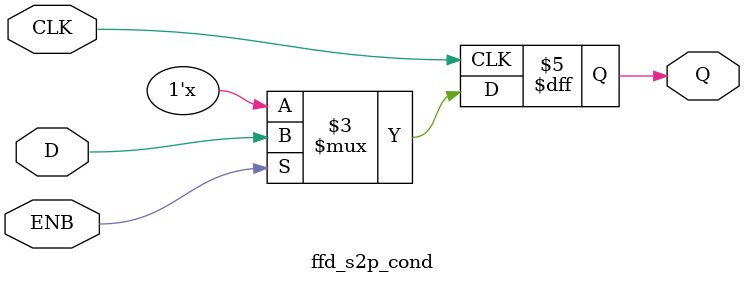
<source format=v>
module ffd_s2p_cond(input CLK,
                    input D,
                    input ENB,
                    output reg Q
                    );

  always @ (posedge CLK) begin
    if (ENB) begin
      Q <= D;
    end else begin
      Q <= 1'bz;
    end
  end

endmodule

</source>
